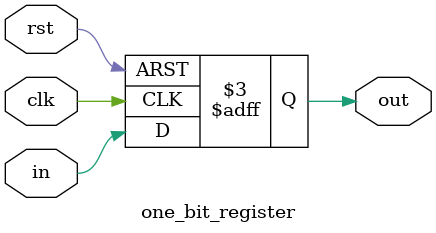
<source format=v>
`timescale 1ns / 1ps

module one_bit_register (in, clk, rst, out);

	// I/O Declaration
	input in, clk, rst;	
	output out;
	
	// Reg Declaration
	reg out;	
	
	always @ (posedge clk or posedge rst) begin
	
		if(rst == 1'b1) begin
			out <= 1'b0; 
		end
			
		else begin
			out <= in;
		end
		
	end

endmodule
</source>
